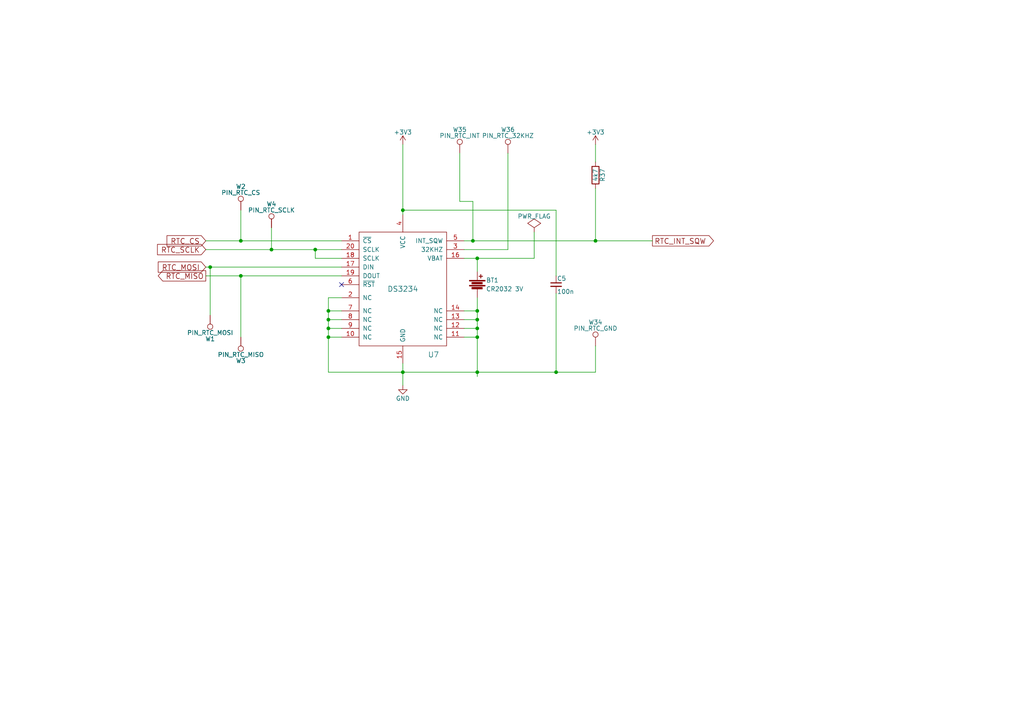
<source format=kicad_sch>
(kicad_sch (version 20231120) (generator "eeschema") (generator_version "8.0")
  (paper "A4")
  (lib_symbols
    (symbol "TEST4-rescue:+3.3V" (power) (pin_names (offset 0))
      (property "Value" "+3.3V" (at 0 3.556 0))
      (symbol "+3.3V_0_1"
        (polyline (pts (xy -0.762 1.27) (xy 0 2.54)))
        (polyline (pts (xy 0 0) (xy 0 2.54)))
        (polyline (pts (xy 0 2.54) (xy 0.762 1.27)))
      )
      (symbol "+3.3V_1_1"
        (pin power_in line (at 0 0 90) (length 0) hide (name "+3V3") (number "1"))
      )
    )
    (symbol "TEST4-rescue:Battery-RESCUE-TEST4" (pin_numbers hide) (pin_names (offset 0))
      (property "Reference" "BT" (at 2.54 1.27 0))
      (property "Value" "Battery-RESCUE-TEST4" (at 2.54 -1.27 0))
      (symbol "Battery-RESCUE-TEST4_0_1"
        (rectangle (start -2.286 -0.1778) (end 2.286 -0.4318) (fill (type outline)))
        (rectangle (start -2.286 1.27) (end 2.286 1.016) (fill (type outline)))
        (rectangle (start -1.5748 -0.762) (end 1.4732 -1.27) (fill (type outline)))
        (rectangle (start -1.5748 0.6858) (end 1.4732 0.1778) (fill (type outline)))
        (polyline (pts (xy 0.508 2.413) (xy 1.524 2.413)) (stroke (width 0.254)))
        (polyline (pts (xy 1.016 2.921) (xy 1.016 1.905)) (stroke (width 0.254)))
      )
      (symbol "Battery-RESCUE-TEST4_1_1"
        (pin passive line (at 0 3.81 270) (length 2.54) (name "~") (number "1"))
        (pin passive line (at 0 -3.81 90) (length 2.54) (name "~") (number "2"))
      )
    )
    (symbol "TEST4-rescue:C_Small" (pin_numbers hide) (pin_names (offset 0.254) hide)
      (property "Reference" "C" (at 0.254 1.778 0))
      (property "Value" "C_Small" (at 0.254 -2.032 0))
      (symbol "C_Small_0_1"
        (polyline (pts (xy -1.524 -0.508) (xy 1.524 -0.508)) (stroke (width 0.3302)))
        (polyline (pts (xy -1.524 0.508) (xy 1.524 0.508)) (stroke (width 0.3048)))
      )
      (symbol "C_Small_1_1"
        (pin passive line (at 0 2.54 270) (length 2.032) (name "~") (number "1"))
        (pin passive line (at 0 -2.54 90) (length 2.032) (name "~") (number "2"))
      )
    )
    (symbol "TEST4-rescue:DS3234" (pin_names (offset 1.016))
      (property "Reference" "U" (at 8.89 -19.05 0))
      (property "Value" "DS3234" (at 0 0 0))
      (symbol "DS3234_0_1"
        (rectangle (start -12.7 16.51) (end 12.7 -16.51))
      )
      (symbol "DS3234_1_1"
        (pin input line (at -17.78 13.97 0) (length 5.08) (name "~{CS}") (number "1"))
        (pin passive line (at -17.78 -13.97 0) (length 5.08) (name "NC") (number "10"))
        (pin passive line (at 17.78 -13.97 180) (length 5.08) (name "NC") (number "11"))
        (pin passive line (at 17.78 -11.43 180) (length 5.08) (name "NC") (number "12"))
        (pin passive line (at 17.78 -8.89 180) (length 5.08) (name "NC") (number "13"))
        (pin passive line (at 17.78 -6.35 180) (length 5.08) (name "NC") (number "14"))
        (pin power_in line (at 0 -21.59 90) (length 5.08) (name "GND") (number "15"))
        (pin power_in line (at 17.78 8.89 180) (length 5.08) (name "VBAT") (number "16"))
        (pin input line (at -17.78 6.35 0) (length 5.08) (name "DIN") (number "17"))
        (pin input line (at -17.78 8.89 0) (length 5.08) (name "SCLK") (number "18"))
        (pin output line (at -17.78 3.81 0) (length 5.08) (name "DOUT") (number "19"))
        (pin passive line (at -17.78 -2.54 0) (length 5.08) (name "NC") (number "2"))
        (pin input line (at -17.78 11.43 0) (length 5.08) (name "SCLK") (number "20"))
        (pin output line (at 17.78 11.43 180) (length 5.08) (name "32KHZ") (number "3"))
        (pin power_in line (at 0 21.59 270) (length 5.08) (name "VCC") (number "4"))
        (pin output line (at 17.78 13.97 180) (length 5.08) (name "INT_SQW") (number "5"))
        (pin input line (at -17.78 1.27 0) (length 5.08) (name "~{RST}") (number "6"))
        (pin passive line (at -17.78 -6.35 0) (length 5.08) (name "NC") (number "7"))
        (pin passive line (at -17.78 -8.89 0) (length 5.08) (name "NC") (number "8"))
        (pin passive line (at -17.78 -11.43 0) (length 5.08) (name "NC") (number "9"))
      )
    )
    (symbol "TEST4-rescue:GND" (power) (pin_names (offset 0))
      (property "Value" "GND" (at 0 -3.81 0))
      (symbol "GND_0_1"
        (polyline (pts (xy 0 0) (xy 0 -1.27) (xy 1.27 -1.27) (xy 0 -2.54) (xy -1.27 -1.27) (xy 0 -1.27)))
      )
      (symbol "GND_1_1"
        (pin power_in line (at 0 0 270) (length 0) hide (name "GND") (number "1"))
      )
    )
    (symbol "TEST4-rescue:PWR_FLAG" (power) (pin_numbers hide) (pin_names (offset 0) hide)
      (property "Value" "PWR_FLAG" (at 0 4.572 0))
      (symbol "PWR_FLAG_0_0"
        (pin power_out line (at 0 0 90) (length 0) (name "pwr") (number "1"))
      )
      (symbol "PWR_FLAG_0_1"
        (polyline (pts (xy 0 0) (xy 0 1.27) (xy -1.905 2.54) (xy 0 3.81) (xy 1.905 2.54) (xy 0 1.27)))
      )
    )
    (symbol "TEST4-rescue:R" (pin_numbers hide) (pin_names (offset 0))
      (property "Reference" "R" (at 2.032 0 90))
      (property "Value" "R" (at 0 0 90))
      (symbol "R_0_1"
        (rectangle (start -1.016 -2.54) (end 1.016 2.54) (stroke (width 0.254)))
      )
      (symbol "R_1_1"
        (pin passive line (at 0 3.81 270) (length 1.27) (name "~") (number "1"))
        (pin passive line (at 0 -3.81 90) (length 1.27) (name "~") (number "2"))
      )
    )
    (symbol "TEST4-rescue:TEST_1P" (pin_numbers hide) (pin_names (offset 0.762) hide)
      (property "Reference" "W" (at 0 6.858 0))
      (property "Value" "TEST_1P" (at 0 5.08 0))
      (symbol "TEST_1P_0_1"
        (circle (center 0 3.302) (radius 0.762))
      )
      (symbol "TEST_1P_1_1"
        (pin passive line (at 0 0 90) (length 2.54) (name "1") (number "1"))
      )
    )
  )
  (junction (at 138.43 90.17))
  (junction (at 95.25 92.71))
  (junction (at 69.85 69.85))
  (junction (at 69.85 80.01))
  (junction (at 95.25 97.79))
  (junction (at 138.43 107.95))
  (junction (at 172.72 69.85))
  (junction (at 138.43 97.79))
  (junction (at 95.25 95.25))
  (junction (at 116.84 60.96))
  (junction (at 60.96 77.47))
  (junction (at 138.43 95.25))
  (junction (at 137.16 69.85))
  (junction (at 95.25 90.17))
  (junction (at 91.44 72.39))
  (junction (at 161.29 107.95))
  (junction (at 116.84 107.95))
  (junction (at 138.43 74.93))
  (junction (at 78.74 72.39))
  (junction (at 138.43 92.71))
  (no_connect (at 99.06 82.55))
  (wire (pts (xy 133.35 58.42) (xy 137.16 58.42)))
  (wire (pts (xy 133.35 44.45) (xy 133.35 58.42)))
  (wire (pts (xy 69.85 80.01) (xy 99.06 80.01)))
  (wire (pts (xy 134.62 90.17) (xy 138.43 90.17)))
  (wire (pts (xy 95.25 107.95) (xy 116.84 107.95)))
  (wire (pts (xy 172.72 41.91) (xy 172.72 46.99)))
  (wire (pts (xy 99.06 97.79) (xy 95.25 97.79)))
  (wire (pts (xy 172.72 54.61) (xy 172.72 69.85)))
  (wire (pts (xy 138.43 107.95) (xy 161.29 107.95)))
  (wire (pts (xy 69.85 69.85) (xy 99.06 69.85)))
  (wire (pts (xy 99.06 95.25) (xy 95.25 95.25)))
  (wire (pts (xy 99.06 92.71) (xy 95.25 92.71)))
  (wire (pts (xy 138.43 95.25) (xy 134.62 95.25)))
  (wire (pts (xy 69.85 60.96) (xy 69.85 69.85)))
  (wire (pts (xy 116.84 60.96) (xy 116.84 62.23)))
  (wire (pts (xy 172.72 69.85) (xy 189.23 69.85)))
  (wire (pts (xy 147.32 44.45) (xy 147.32 72.39)))
  (wire (pts (xy 99.06 90.17) (xy 95.25 90.17)))
  (wire (pts (xy 69.85 97.79) (xy 69.85 80.01)))
  (wire (pts (xy 95.25 97.79) (xy 95.25 107.95)))
  (wire (pts (xy 78.74 72.39) (xy 91.44 72.39)))
  (wire (pts (xy 138.43 97.79) (xy 138.43 107.95)))
  (wire (pts (xy 99.06 86.36) (xy 95.25 86.36)))
  (wire (pts (xy 95.25 95.25) (xy 95.25 97.79)))
  (wire (pts (xy 91.44 74.93) (xy 91.44 72.39)))
  (wire (pts (xy 60.96 91.44) (xy 60.96 77.47)))
  (wire (pts (xy 95.25 86.36) (xy 95.25 90.17)))
  (wire (pts (xy 99.06 74.93) (xy 91.44 74.93)))
  (wire (pts (xy 116.84 41.91) (xy 116.84 60.96)))
  (wire (pts (xy 134.62 92.71) (xy 138.43 92.71)))
  (wire (pts (xy 78.74 66.04) (xy 78.74 72.39)))
  (wire (pts (xy 59.69 69.85) (xy 69.85 69.85)))
  (wire (pts (xy 60.96 77.47) (xy 99.06 77.47)))
  (wire (pts (xy 161.29 60.96) (xy 161.29 80.01)))
  (wire (pts (xy 59.69 77.47) (xy 60.96 77.47)))
  (wire (pts (xy 116.84 107.95) (xy 138.43 107.95)))
  (wire (pts (xy 154.94 74.93) (xy 154.94 67.31)))
  (wire (pts (xy 138.43 78.74) (xy 138.43 74.93)))
  (wire (pts (xy 137.16 58.42) (xy 137.16 69.85)))
  (wire (pts (xy 161.29 107.95) (xy 172.72 107.95)))
  (wire (pts (xy 134.62 69.85) (xy 137.16 69.85)))
  (wire (pts (xy 116.84 105.41) (xy 116.84 107.95)))
  (wire (pts (xy 138.43 92.71) (xy 138.43 95.25)))
  (wire (pts (xy 95.25 90.17) (xy 95.25 92.71)))
  (wire (pts (xy 138.43 86.36) (xy 138.43 90.17)))
  (wire (pts (xy 138.43 90.17) (xy 138.43 92.71)))
  (wire (pts (xy 134.62 74.93) (xy 138.43 74.93)))
  (wire (pts (xy 172.72 107.95) (xy 172.72 100.33)))
  (wire (pts (xy 147.32 72.39) (xy 134.62 72.39)))
  (wire (pts (xy 91.44 72.39) (xy 99.06 72.39)))
  (wire (pts (xy 161.29 107.95) (xy 161.29 85.09)))
  (wire (pts (xy 138.43 107.95) (xy 138.43 109.22)))
  (wire (pts (xy 138.43 74.93) (xy 154.94 74.93)))
  (wire (pts (xy 134.62 97.79) (xy 138.43 97.79)))
  (wire (pts (xy 59.69 72.39) (xy 78.74 72.39)))
  (wire (pts (xy 59.69 80.01) (xy 69.85 80.01)))
  (wire (pts (xy 137.16 69.85) (xy 172.72 69.85)))
  (wire (pts (xy 116.84 60.96) (xy 161.29 60.96)))
  (wire (pts (xy 95.25 92.71) (xy 95.25 95.25)))
  (wire (pts (xy 116.84 107.95) (xy 116.84 111.76)))
  (wire (pts (xy 138.43 95.25) (xy 138.43 97.79)))
  (global_label "RTC_MISO" (shape output) (at 59.69 80.01 180) (effects (font (size 1.524 1.524))) (property "Intersheetrefs" "${INTERSHEET_REFS}" (effects (hide yes))))
  (global_label "RTC_SCLK" (shape input) (at 59.69 72.39 180) (effects (font (size 1.524 1.524))) (property "Intersheetrefs" "${INTERSHEET_REFS}" (effects (hide yes))))
  (global_label "RTC_INT_SQW" (shape output) (at 189.23 69.85 0) (effects (font (size 1.524 1.524))) (property "Intersheetrefs" "${INTERSHEET_REFS}" (effects (hide yes))))
  (global_label "RTC_MOSI" (shape input) (at 59.69 77.47 180) (effects (font (size 1.524 1.524))) (property "Intersheetrefs" "${INTERSHEET_REFS}" (effects (hide yes))))
  (global_label "RTC_CS" (shape input) (at 59.69 69.85 180) (effects (font (size 1.524 1.524))) (property "Intersheetrefs" "${INTERSHEET_REFS}" (effects (hide yes))))
  (symbol (lib_name "TEST4-rescue:DS3234") (lib_id "TEST4-rescue:DS3234") (at 116.84 83.82 0) (unit 1)
    (property "Reference" "U7" (at 125.73 102.87 0) (effects (font (size 1.524 1.524))))
    (property "Value" "DS3234" (at 116.84 83.82 0) (effects (font (size 1.524 1.524))))
    (property "Footprint" "mylib:SOIC-20_7.5x12.8mm_Pitch1.27mm" (effects (hide yes)))
  )
  (symbol (lib_name "TEST4-rescue:Battery-RESCUE-TEST4") (lib_id "TEST4-rescue:Battery-RESCUE-TEST4") (at 138.43 82.55 0) (unit 1)
    (property "Reference" "BT1" (at 140.97 81.28 0) (effects (justify left)))
    (property "Value" "CR2032 3V" (at 140.97 83.82 0) (effects (justify left)))
    (property "Footprint" "mylib:CR2032H" (effects (hide yes)))
  )
  (symbol (lib_name "TEST4-rescue:GND") (lib_id "TEST4-rescue:GND") (at 116.84 111.76 0) (unit 1)
    (property "Reference" "#PWR071" (effects (hide yes)))
    (property "Value" "GND" (at 116.84 115.57 0))
  )
  (symbol (lib_name "TEST4-rescue:+3.3V") (lib_id "TEST4-rescue:+3.3V") (at 116.84 41.91 0) (unit 1)
    (property "Reference" "#PWR072" (effects (hide yes)))
    (property "Value" "+3V3" (at 116.84 38.354 0))
  )
  (symbol (lib_name "TEST4-rescue:PWR_FLAG") (lib_id "TEST4-rescue:PWR_FLAG") (at 154.94 67.31 0) (unit 1)
    (property "Reference" "#FLG073" (effects (hide yes)))
    (property "Value" "PWR_FLAG" (at 154.94 62.738 0))
  )
  (symbol (lib_name "TEST4-rescue:C_Small") (lib_id "TEST4-rescue:C_Small") (at 161.29 82.55 0) (unit 1)
    (property "Reference" "C5" (at 161.544 80.772 0) (effects (justify left)))
    (property "Value" "100n" (at 161.544 84.582 0) (effects (justify left)))
    (property "Footprint" "mylib:C_1206" (effects (hide yes)))
  )
  (symbol (lib_name "TEST4-rescue:TEST_1P") (lib_id "TEST4-rescue:TEST_1P") (at 69.85 60.96 0) (unit 1)
    (property "Reference" "W2" (at 69.85 54.102 0))
    (property "Value" "PIN_RTC_CS" (at 69.85 55.88 0))
    (property "Footprint" "mylib:TestPad_09mmDrill" (effects (hide yes)))
  )
  (symbol (lib_name "TEST4-rescue:TEST_1P") (lib_id "TEST4-rescue:TEST_1P") (at 78.74 66.04 0) (unit 1)
    (property "Reference" "W4" (at 78.74 59.182 0))
    (property "Value" "PIN_RTC_SCLK" (at 78.74 60.96 0))
    (property "Footprint" "mylib:TestPad_09mmDrill" (effects (hide yes)))
  )
  (symbol (lib_name "TEST4-rescue:TEST_1P") (lib_id "TEST4-rescue:TEST_1P") (at 60.96 91.44 180) (unit 1)
    (property "Reference" "W1" (at 60.96 98.298 0))
    (property "Value" "PIN_RTC_MOSI" (at 60.96 96.52 0))
    (property "Footprint" "mylib:TestPad_09mmDrill" (effects (hide yes)))
  )
  (symbol (lib_name "TEST4-rescue:TEST_1P") (lib_id "TEST4-rescue:TEST_1P") (at 69.85 97.79 180) (unit 1)
    (property "Reference" "W3" (at 69.85 104.648 0))
    (property "Value" "PIN_RTC_MISO" (at 69.85 102.87 0))
    (property "Footprint" "mylib:TestPad_09mmDrill" (effects (hide yes)))
  )
  (symbol (lib_name "TEST4-rescue:TEST_1P") (lib_id "TEST4-rescue:TEST_1P") (at 172.72 100.33 0) (unit 1)
    (property "Reference" "W34" (at 172.72 93.472 0))
    (property "Value" "PIN_RTC_GND" (at 172.72 95.25 0))
    (property "Footprint" "mylib:TestPad_09mmDrill" (effects (hide yes)))
  )
  (symbol (lib_name "TEST4-rescue:R") (lib_id "TEST4-rescue:R") (at 172.72 50.8 0) (unit 1)
    (property "Reference" "R37" (at 174.752 50.8 90))
    (property "Value" "4k7" (at 172.72 50.8 90))
    (property "Footprint" "mylib:R_1206" (effects (hide yes)))
  )
  (symbol (lib_name "TEST4-rescue:+3.3V") (lib_id "TEST4-rescue:+3.3V") (at 172.72 41.91 0) (unit 1)
    (property "Reference" "#PWR074" (effects (hide yes)))
    (property "Value" "+3V3" (at 172.72 38.354 0))
  )
  (symbol (lib_name "TEST4-rescue:TEST_1P") (lib_id "TEST4-rescue:TEST_1P") (at 147.32 44.45 0) (unit 1)
    (property "Reference" "W36" (at 147.32 37.592 0))
    (property "Value" "PIN_RTC_32KHZ" (at 147.32 39.37 0))
    (property "Footprint" "mylib:TestPad_09mmDrill" (effects (hide yes)))
  )
  (symbol (lib_name "TEST4-rescue:TEST_1P") (lib_id "TEST4-rescue:TEST_1P") (at 133.35 44.45 0) (unit 1)
    (property "Reference" "W35" (at 133.35 37.592 0))
    (property "Value" "PIN_RTC_INT" (at 133.35 39.37 0))
    (property "Footprint" "mylib:TestPad_09mmDrill" (effects (hide yes)))
  )
)
</source>
